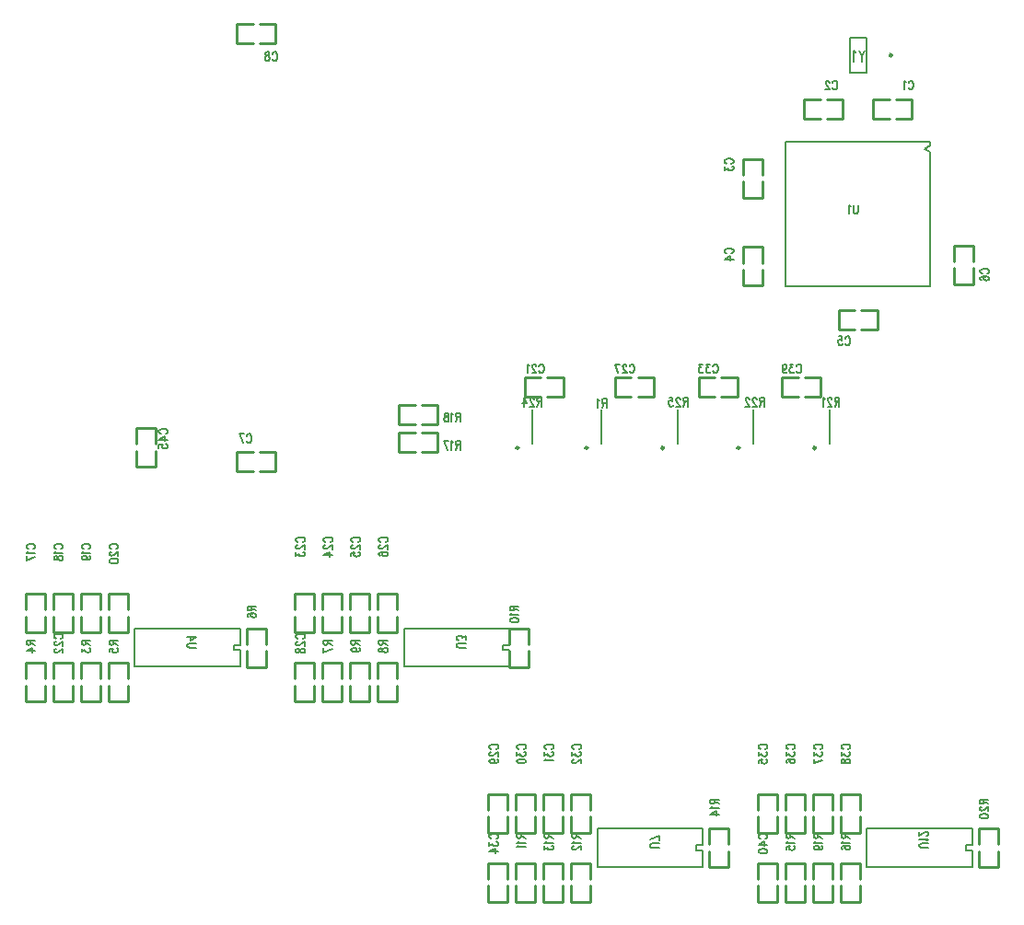
<source format=gbo>
*
*
G04 PADS 9.5 Build Number: 522968 generated Gerber (RS-274-X) file*
G04 PC Version=2.1*
*
%IN "DriverBoardRev2.pcb"*%
*
%MOIN*%
*
%FSLAX35Y35*%
*
*
*
*
G04 PC Standard Apertures*
*
*
G04 Thermal Relief Aperture macro.*
%AMTER*
1,1,$1,0,0*
1,0,$1-$2,0,0*
21,0,$3,$4,0,0,45*
21,0,$3,$4,0,0,135*
%
*
*
G04 Annular Aperture macro.*
%AMANN*
1,1,$1,0,0*
1,0,$2,0,0*
%
*
*
G04 Odd Aperture macro.*
%AMODD*
1,1,$1,0,0*
1,0,$1-0.005,0,0*
%
*
*
G04 PC Custom Aperture Macros*
*
*
*
*
*
*
G04 PC Aperture Table*
*
%ADD010C,0.001*%
%ADD011C,0.01*%
%ADD012C,0.005*%
%ADD040C,0.00787*%
%ADD215C,0.00984*%
%ADD216C,0.00591*%
*
*
*
*
G04 PC Circuitry*
G04 Layer Name DriverBoardRev2.pcb - circuitry*
%LPD*%
*
*
G04 PC Custom Flashes*
G04 Layer Name DriverBoardRev2.pcb - flashes*
%LPD*%
*
*
G04 PC Circuitry*
G04 Layer Name DriverBoardRev2.pcb - circuitry*
%LPD*%
*
G54D10*
G54D11*
G01X346750Y21200D02*
Y27000D01*
X353750*
Y21200*
X346750Y18800D02*
Y13000D01*
X353750*
Y18800*
X337606Y232371D02*
Y238171D01*
X344606*
Y232371*
X337606Y229971D02*
Y224171D01*
X344606*
Y229971*
X316681Y291133D02*
X322481D01*
Y284133*
X316681*
X314281Y291133D02*
X308481D01*
Y284133*
X314281*
X296750Y33700D02*
Y39500D01*
X303750*
Y33700*
X296750Y31300D02*
Y25500D01*
X303750*
Y31300*
Y6300D02*
Y500D01*
X296750*
Y6300*
X303750Y8700D02*
Y14500D01*
X296750*
Y8700*
X304181Y214671D02*
X309981D01*
Y207671*
X304181*
X301781Y214671D02*
X295981D01*
Y207671*
X301781*
X293750Y31300D02*
Y25500D01*
X286750*
Y31300*
X293750Y33700D02*
Y39500D01*
X286750*
Y33700*
Y8700D02*
Y14500D01*
X293750*
Y8700*
X286750Y6300D02*
Y500D01*
X293750*
Y6300*
X291681Y291133D02*
X297481D01*
Y284133*
X291681*
X289281Y291133D02*
X283481D01*
Y284133*
X289281*
X283750Y31300D02*
Y25500D01*
X276750*
Y31300*
X283750Y33700D02*
Y39500D01*
X276750*
Y33700*
Y8700D02*
Y14500D01*
X283750*
Y8700*
X276750Y6300D02*
Y500D01*
X283750*
Y6300*
X283753Y190409D02*
X289553D01*
Y183409*
X283753*
X281353Y190409D02*
X275553D01*
Y183409*
X281353*
X273750Y31300D02*
Y25500D01*
X266750*
Y31300*
X273750Y33700D02*
Y39500D01*
X266750*
Y33700*
X273750Y6300D02*
Y500D01*
X266750*
Y6300*
X273750Y8700D02*
Y14500D01*
X266750*
Y8700*
X261356Y263621D02*
Y269421D01*
X268356*
Y263621*
X261356Y261221D02*
Y255421D01*
X268356*
Y261221*
X261356Y231746D02*
Y237546D01*
X268356*
Y231746*
X261356Y229346D02*
Y223546D01*
X268356*
Y229346*
X249250Y21200D02*
Y27000D01*
X256250*
Y21200*
X249250Y18800D02*
Y13000D01*
X256250*
Y18800*
X253517Y190409D02*
X259317D01*
Y183409*
X253517*
X251117Y190409D02*
X245317D01*
Y183409*
X251117*
X223281Y190409D02*
X229081D01*
Y183409*
X223281*
X220881Y190409D02*
X215081D01*
Y183409*
X220881*
X199250Y33700D02*
Y39500D01*
X206250*
Y33700*
X199250Y31300D02*
Y25500D01*
X206250*
Y31300*
X199250Y8700D02*
Y14500D01*
X206250*
Y8700*
X199250Y6300D02*
Y500D01*
X206250*
Y6300*
X189250Y33700D02*
Y39500D01*
X196250*
Y33700*
X189250Y31300D02*
Y25500D01*
X196250*
Y31300*
X189250Y8700D02*
Y14500D01*
X196250*
Y8700*
X189250Y6300D02*
Y500D01*
X196250*
Y6300*
X190525Y190409D02*
X196325D01*
Y183409*
X190525*
X188125Y190409D02*
X182325D01*
Y183409*
X188125*
X179250Y33700D02*
Y39500D01*
X186250*
Y33700*
X179250Y31300D02*
Y25500D01*
X186250*
Y31300*
X179250Y8700D02*
Y14500D01*
X186250*
Y8700*
X179250Y6300D02*
Y500D01*
X186250*
Y6300*
X176750Y93700D02*
Y99500D01*
X183750*
Y93700*
X176750Y91300D02*
Y85500D01*
X183750*
Y91300*
X176250Y31300D02*
Y25500D01*
X169250*
Y31300*
X176250Y33700D02*
Y39500D01*
X169250*
Y33700*
X176250Y6300D02*
Y500D01*
X169250*
Y6300*
X176250Y8700D02*
Y14500D01*
X169250*
Y8700*
X142711Y173252D02*
X136911D01*
Y180252*
X142711*
X145111Y173252D02*
X150911D01*
Y180252*
X145111*
X142711Y163252D02*
X136911D01*
Y170252*
X142711*
X145111Y163252D02*
X150911D01*
Y170252*
X145111*
X129250Y106200D02*
Y112000D01*
X136250*
Y106200*
X129250Y103800D02*
Y98000D01*
X136250*
Y103800*
X129250Y81200D02*
Y87000D01*
X136250*
Y81200*
X129250Y78800D02*
Y73000D01*
X136250*
Y78800*
X119250Y106200D02*
Y112000D01*
X126250*
Y106200*
X119250Y103800D02*
Y98000D01*
X126250*
Y103800*
X119250Y81200D02*
Y87000D01*
X126250*
Y81200*
X119250Y78800D02*
Y73000D01*
X126250*
Y78800*
X109250Y106200D02*
Y112000D01*
X116250*
Y106200*
X109250Y103800D02*
Y98000D01*
X116250*
Y103800*
Y78800D02*
Y73000D01*
X109250*
Y78800*
X116250Y81200D02*
Y87000D01*
X109250*
Y81200*
X106250Y103800D02*
Y98000D01*
X99250*
Y103800*
X106250Y106200D02*
Y112000D01*
X99250*
Y106200*
X106250Y78800D02*
Y73000D01*
X99250*
Y78800*
X106250Y81200D02*
Y87000D01*
X99250*
Y81200*
X81750Y93700D02*
Y99500D01*
X88750*
Y93700*
X81750Y91300D02*
Y85500D01*
X88750*
Y91300*
X84050Y311500D02*
X78250D01*
Y318500*
X84050*
X86450Y311500D02*
X92250D01*
Y318500*
X86450*
X84050Y156500D02*
X78250D01*
Y163500*
X84050*
X86450Y156500D02*
X92250D01*
Y163500*
X86450*
X41750Y166200D02*
Y172000D01*
X48750*
Y166200*
X41750Y163800D02*
Y158000D01*
X48750*
Y163800*
X31750Y106200D02*
Y112000D01*
X38750*
Y106200*
X31750Y103800D02*
Y98000D01*
X38750*
Y103800*
X31750Y81200D02*
Y87000D01*
X38750*
Y81200*
X31750Y78800D02*
Y73000D01*
X38750*
Y78800*
X21750Y106200D02*
Y112000D01*
X28750*
Y106200*
X21750Y103800D02*
Y98000D01*
X28750*
Y103800*
Y78800D02*
Y73000D01*
X21750*
Y78800*
X28750Y81200D02*
Y87000D01*
X21750*
Y81200*
X11750Y106200D02*
Y112000D01*
X18750*
Y106200*
X11750Y103800D02*
Y98000D01*
X18750*
Y103800*
Y78800D02*
Y73000D01*
X11750*
Y78800*
X18750Y81200D02*
Y87000D01*
X11750*
Y81200*
X1750Y106200D02*
Y112000D01*
X8750*
Y106200*
X1750Y103800D02*
Y98000D01*
X8750*
Y103800*
Y78800D02*
Y73000D01*
X1750*
Y78800*
X8750Y81200D02*
Y87000D01*
X1750*
Y81200*
G54D12*
X346969Y37500D02*
X350250D01*
X346969D02*
Y36477D01*
X347125Y36136*
X347281Y36023*
X347594Y35909*
X347906*
X348219Y36023*
X348375Y36136*
X348531Y36477*
Y37500*
Y36705D02*
X350250Y35909D01*
X347750Y34773D02*
X347594D01*
X347281Y34659*
X347125Y34545*
X346969Y34318*
Y33864*
X347125Y33636*
X347281Y33523*
X347594Y33409*
X347906*
X348219Y33523*
X348687Y33750*
X348687D02*
X350250Y34886D01*
Y33295*
X346969Y31591D02*
X347125Y31932D01*
X347594Y32159*
X348375Y32273*
X348844*
X349625Y32159*
X350094Y31932*
X350250Y31591*
Y31364*
X350094Y31023*
X349625Y30795*
X348844Y30682*
X348375*
X347594Y30795*
X347125Y31023*
X346969Y31364*
Y31591*
X348026Y227961D02*
X347713Y228074D01*
X347401Y228302*
X347244Y228529*
Y228984*
X347401Y229211*
X347713Y229438*
X348026Y229552*
X348494Y229665*
X349276*
X349744Y229552*
X350057Y229438*
X350369Y229211*
X350526Y228984*
Y228529*
X350369Y228302*
X350057Y228074*
X349744Y227961*
X347713Y225574D02*
X347401Y225688D01*
X347244Y226029*
Y226256*
X347401Y226597*
X347869Y226824*
X348651Y226938*
X349432*
X350057Y226824*
X350369Y226597*
X350526Y226256*
Y226143*
X350369Y225802*
X350057Y225574*
X349588Y225461*
X349432*
X348963Y225574*
X348651Y225802*
X348494Y226143*
Y226256*
X348651Y226597*
X348963Y226824*
X349432Y226938*
X321301Y297042D02*
X321415Y297355D01*
X321642Y297667*
X321870Y297824*
X322324*
X322551Y297667*
X322779Y297355*
X322892Y297042*
X323006Y296574*
Y295792*
X322892Y295324*
X322779Y295011*
X322551Y294699*
X322324Y294542*
X321870*
X321642Y294699*
X321415Y295011*
X321301Y295324*
X320279Y297199D02*
X320051Y297355D01*
X319710Y297824*
Y294542*
X328531Y20000D02*
X326188D01*
X326188D02*
X325719Y20114D01*
X325406Y20341*
X325250Y20682*
Y20909*
X325406Y21250*
X325719Y21477*
X326188Y21591*
X326188D02*
X328531D01*
X327906Y22614D02*
X328063Y22841D01*
X328063D02*
X328531Y23182D01*
X325250*
X327750Y24318D02*
X327906D01*
X328219Y24432*
X328375Y24545*
X328531Y24773*
Y25227*
X328375Y25455*
X328219Y25568*
X327906Y25682*
X327594*
X327281Y25568*
X326813Y25341*
X326813D02*
X325250Y24205D01*
Y25795*
X297750Y55795D02*
X297437Y55909D01*
X297437D02*
X297125Y56136D01*
X296969Y56364*
Y56818*
X297125Y57045*
X297437Y57273*
X297437D02*
X297750Y57386D01*
X298219Y57500*
X299000*
X299469Y57386*
X299781Y57273*
X300094Y57045*
X300250Y56818*
Y56364*
X300094Y56136*
X299781Y55909*
X299469Y55795*
X296969Y54545D02*
Y53295D01*
X298219Y53977*
Y53636*
X298375Y53409*
X298531Y53295*
X299000Y53182*
X299312*
X299312D02*
X299781Y53295D01*
X300094Y53523*
X300250Y53864*
Y54205*
X300094Y54545*
X299937Y54659*
X299937D02*
X299625Y54773D01*
X296969Y51591D02*
X297125Y51932D01*
X297437Y52045*
X297437D02*
X297750D01*
X298062Y51932*
X298062D02*
X298219Y51705D01*
X298375Y51250*
X298531Y50909*
X298844Y50682*
X299156Y50568*
X299625*
X299937Y50682*
X299937D02*
X300094Y50795D01*
X300250Y51136*
Y51591*
X300094Y51932*
X299937Y52045*
X299937D02*
X299625Y52159D01*
X299156*
X298844Y52045*
X298531Y51818*
X298375Y51477*
X298219Y51023*
X298062Y50795*
X298062D02*
X297750Y50682D01*
X297437*
X297437D02*
X297125Y50795D01*
X296969Y51136*
Y51591*
Y25000D02*
X300250D01*
X296969D02*
Y23977D01*
X297125Y23636*
X297281Y23523*
X297594Y23409*
X297906*
X298219Y23523*
X298375Y23636*
X298531Y23977*
Y25000*
Y24205D02*
X300250Y23409D01*
X297594Y22386D02*
X297437Y22159D01*
X297437D02*
X296969Y21818D01*
X300250*
X297437Y19432D02*
X297125Y19545D01*
X296969Y19886*
Y20114*
X297125Y20455*
X297594Y20682*
X298375Y20795*
X299156*
X299781Y20682*
X300094Y20455*
X300250Y20114*
Y20000*
X300094Y19659*
X299781Y19432*
X299312Y19318*
X299312D02*
X299156D01*
X298687Y19432*
X298687D02*
X298375Y19659D01*
X298219Y20000*
Y20114*
X298375Y20455*
X298687Y20682*
X298687D02*
X299156Y20795D01*
X298427Y204449D02*
X298541Y204761D01*
X298768Y205074*
X298996Y205230*
X299450*
X299677Y205074*
X299905Y204761*
X300018Y204449*
X300132Y203980*
Y203199*
X300018Y202730*
X299905Y202418*
X299677Y202105*
X299450Y201949*
X298996*
X298768Y202105*
X298541Y202418*
X298427Y202730*
X295927Y205230D02*
X297064D01*
X297177Y203824*
X297064Y203980*
X296723Y204136*
X296382*
X296041Y203980*
X295814Y203668*
X295700Y203199*
X295814Y202886*
X295927Y202418*
X296155Y202105*
X296496Y201949*
X296836*
X297177Y202105*
X297291Y202261*
X297405Y202574*
X287750Y55795D02*
X287437Y55909D01*
X287437D02*
X287125Y56136D01*
X286969Y56364*
Y56818*
X287125Y57045*
X287437Y57273*
X287437D02*
X287750Y57386D01*
X288219Y57500*
X289000*
X289469Y57386*
X289781Y57273*
X290094Y57045*
X290250Y56818*
Y56364*
X290094Y56136*
X289781Y55909*
X289469Y55795*
X286969Y54545D02*
Y53295D01*
X288219Y53977*
Y53636*
X288375Y53409*
X288531Y53295*
X289000Y53182*
X289312*
X289312D02*
X289781Y53295D01*
X290094Y53523*
X290250Y53864*
Y54205*
X290094Y54545*
X289937Y54659*
X289937D02*
X289625Y54773D01*
X286969Y50568D02*
X290250Y51705D01*
X286969Y52159D02*
Y50568D01*
Y25000D02*
X290250D01*
X286969D02*
Y23977D01*
X287125Y23636*
X287281Y23523*
X287594Y23409*
X287906*
X288219Y23523*
X288375Y23636*
X288531Y23977*
Y25000*
Y24205D02*
X290250Y23409D01*
X287594Y22386D02*
X287437Y22159D01*
X287437D02*
X286969Y21818D01*
X290250*
X288062Y19318D02*
X288531Y19432D01*
X288844Y19659*
X289000Y20000*
Y20114*
X288844Y20455*
X288531Y20682*
X288062Y20795*
X288062D02*
X287906D01*
X287437Y20682*
X287437D02*
X287125Y20455D01*
X286969Y20114*
Y20000*
X287125Y19659*
X287437Y19432*
X287437D02*
X288062Y19318D01*
X288062D02*
X288844D01*
X289625Y19432*
X290094Y19659*
X290250Y20000*
Y20227*
X290094Y20568*
X289781Y20682*
X296198Y183119D02*
Y179838D01*
Y183119D02*
X295175D01*
X294834Y182963*
X294721Y182807*
X294607Y182494*
Y182182*
X294721Y181869*
X294834Y181713*
X295175Y181557*
X296198*
X295402D02*
X294607Y179838D01*
X293471Y182338D02*
Y182494D01*
X293357Y182807*
X293243Y182963*
X293016Y183119*
X292561*
X292334Y182963*
X292221Y182807*
X292107Y182494*
Y182182*
X292221Y181869*
X292448Y181401*
X293584Y179838*
X291993*
X290971Y182494D02*
X290743Y182651D01*
X290402Y183119*
Y179838*
X293801Y297042D02*
X293915Y297355D01*
X294142Y297667*
X294370Y297824*
X294824*
X295051Y297667*
X295279Y297355*
X295392Y297042*
X295506Y296574*
Y295792*
X295392Y295324*
X295279Y295011*
X295051Y294699*
X294824Y294542*
X294370*
X294142Y294699*
X293915Y295011*
X293801Y295324*
X292665Y297042D02*
Y297199D01*
X292551Y297511*
X292438Y297667*
X292210Y297824*
X291756*
X291529Y297667*
X291415Y297511*
X291301Y297199*
Y296886*
X291415Y296574*
X291642Y296105*
X292779Y294542*
X291188*
X277750Y55795D02*
X277437Y55909D01*
X277437D02*
X277125Y56136D01*
X276969Y56364*
Y56818*
X277125Y57045*
X277437Y57273*
X277437D02*
X277750Y57386D01*
X278219Y57500*
X279000*
X279469Y57386*
X279781Y57273*
X280094Y57045*
X280250Y56818*
Y56364*
X280094Y56136*
X279781Y55909*
X279469Y55795*
X276969Y54545D02*
Y53295D01*
X278219Y53977*
Y53636*
X278375Y53409*
X278531Y53295*
X279000Y53182*
X279312*
X279312D02*
X279781Y53295D01*
X280094Y53523*
X280250Y53864*
Y54205*
X280094Y54545*
X279937Y54659*
X279937D02*
X279625Y54773D01*
X277437Y50795D02*
X277125Y50909D01*
X276969Y51250*
Y51477*
X277125Y51818*
X277594Y52045*
X278375Y52159*
X279156*
X279781Y52045*
X280094Y51818*
X280250Y51477*
Y51364*
X280094Y51023*
X279781Y50795*
X279312Y50682*
X279312D02*
X279156D01*
X278687Y50795*
X278687D02*
X278375Y51023D01*
X278219Y51364*
Y51477*
X278375Y51818*
X278687Y52045*
X278687D02*
X279156Y52159D01*
X276969Y25000D02*
X280250D01*
X276969D02*
Y23977D01*
X277125Y23636*
X277281Y23523*
X277594Y23409*
X277906*
X278219Y23523*
X278375Y23636*
X278531Y23977*
Y25000*
Y24205D02*
X280250Y23409D01*
X277594Y22386D02*
X277437Y22159D01*
X277437D02*
X276969Y21818D01*
X280250*
X276969Y19318D02*
Y20455D01*
X278375Y20568*
X278219Y20455*
X278062Y20114*
X278062D02*
Y19773D01*
X278062D02*
X278219Y19432D01*
X278531Y19205*
X279000Y19091*
X279312Y19205*
X279312D02*
X279781Y19318D01*
X280094Y19545*
X280250Y19886*
Y20227*
X280094Y20568*
X279937Y20682*
X279937D02*
X279625Y20795D01*
X280790Y194370D02*
X280903Y194683D01*
X281130Y194995*
X281358Y195151*
X281812*
X282040Y194995*
X282267Y194683*
X282380Y194370*
X282494Y193901*
Y193120*
X282380Y192651*
X282267Y192339*
X282040Y192026*
X281812Y191870*
X281358*
X281130Y192026*
X280903Y192339*
X280790Y192651*
X279540Y195151D02*
X278290D01*
X278971Y193901*
X278630*
X278403Y193745*
X278290Y193589*
X278176Y193120*
Y192808*
X278290Y192339*
X278517Y192026*
X278858Y191870*
X279199*
X279540Y192026*
X279653Y192183*
X279767Y192495*
X275676Y194058D02*
X275790Y193589D01*
X276017Y193276*
X276358Y193120*
X276471*
X276812Y193276*
X277040Y193589*
X277153Y194058*
Y194214*
X277040Y194683*
X276812Y194995*
X276471Y195151*
X276358*
X276017Y194995*
X275790Y194683*
X275676Y194058*
Y193276*
X275790Y192495*
X276017Y192026*
X276358Y191870*
X276585*
X276926Y192026*
X277040Y192339*
X303006Y252824D02*
Y250480D01*
X302892Y250011*
X302665Y249699*
X302324Y249542*
X302097*
X301756Y249699*
X301529Y250011*
X301415Y250480*
Y252824*
X300392Y252199D02*
X300165Y252355D01*
X299824Y252824*
Y249542*
X267750Y55795D02*
X267437Y55909D01*
X267437D02*
X267125Y56136D01*
X266969Y56364*
Y56818*
X267125Y57045*
X267437Y57273*
X267437D02*
X267750Y57386D01*
X268219Y57500*
X269000*
X269469Y57386*
X269781Y57273*
X270094Y57045*
X270250Y56818*
Y56364*
X270094Y56136*
X269781Y55909*
X269469Y55795*
X266969Y54545D02*
Y53295D01*
X268219Y53977*
Y53636*
X268375Y53409*
X268531Y53295*
X269000Y53182*
X269312*
X269312D02*
X269781Y53295D01*
X270094Y53523*
X270250Y53864*
Y54205*
X270094Y54545*
X269937Y54659*
X269937D02*
X269625Y54773D01*
X266969Y50682D02*
Y51818D01*
X268375Y51932*
X268219Y51818*
X268062Y51477*
X268062D02*
Y51136D01*
X268062D02*
X268219Y50795D01*
X268531Y50568*
X269000Y50455*
X269312Y50568*
X269312D02*
X269781Y50682D01*
X270094Y50909*
X270250Y51250*
Y51591*
X270094Y51932*
X269937Y52045*
X269937D02*
X269625Y52159D01*
X267750Y23295D02*
X267437Y23409D01*
X267437D02*
X267125Y23636D01*
X266969Y23864*
Y24318*
X267125Y24545*
X267437Y24773*
X267437D02*
X267750Y24886D01*
X268219Y25000*
X269000*
X269469Y24886*
X269781Y24773*
X270094Y24545*
X270250Y24318*
Y23864*
X270094Y23636*
X269781Y23409*
X269469Y23295*
X266969Y21136D02*
X269156Y22273D01*
Y20568*
X266969Y21136D02*
X270250D01*
X266969Y18864D02*
X267125Y19205D01*
X267594Y19432*
X268375Y19545*
X268844*
X269625Y19432*
X270094Y19205*
X270250Y18864*
Y18636*
X270094Y18295*
X269625Y18068*
X268844Y17955*
X268375*
X267594Y18068*
X267125Y18295*
X266969Y18636*
Y18864*
X255506Y267838D02*
X255193Y267951D01*
X254881Y268179*
X254725Y268406*
Y268861*
X254881Y269088*
X255193Y269315*
X255506Y269429*
X255975Y269542*
X256756*
X257225Y269429*
X257537Y269315*
X257850Y269088*
X258006Y268861*
Y268406*
X257850Y268179*
X257537Y267951*
X257225Y267838*
X254725Y266588D02*
Y265338D01*
X255975Y266020*
Y265679*
X256131Y265451*
X256287Y265338*
X256756Y265224*
X257068*
X257537Y265338*
X257850Y265565*
X258006Y265906*
Y266247*
X257850Y266588*
X257693Y266701*
X257381Y266815*
X255506Y235338D02*
X255193Y235451D01*
X254881Y235679*
X254725Y235906*
Y236361*
X254881Y236588*
X255193Y236815*
X255506Y236929*
X255975Y237042*
X256756*
X257225Y236929*
X257537Y236815*
X257850Y236588*
X258006Y236361*
Y235906*
X257850Y235679*
X257537Y235451*
X257225Y235338*
X254725Y233179D02*
X256912Y234315D01*
Y232611*
X254725Y233179D02*
X258006D01*
X268993Y183119D02*
Y179838D01*
Y183119D02*
X267970D01*
X267629Y182963*
X267515Y182807*
X267402Y182494*
Y182182*
X267515Y181869*
X267629Y181713*
X267970Y181557*
X268993*
X268197D02*
X267402Y179838D01*
X266265Y182338D02*
Y182494D01*
X266152Y182807*
X266038Y182963*
X265811Y183119*
X265356*
X265129Y182963*
X265015Y182807*
X264902Y182494*
Y182182*
X265015Y181869*
X265243Y181401*
X266379Y179838*
X264788*
X263652Y182338D02*
Y182494D01*
X263538Y182807*
X263424Y182963*
X263197Y183119*
X262743*
X262515Y182963*
X262402Y182807*
X262288Y182494*
Y182182*
X262402Y181869*
X262629Y181401*
X263765Y179838*
X262174*
X249469Y37500D02*
X252750D01*
X249469D02*
Y36477D01*
X249625Y36136*
X249781Y36023*
X250094Y35909*
X250406*
X250719Y36023*
X250875Y36136*
X251031Y36477*
Y37500*
Y36705D02*
X252750Y35909D01*
X250094Y34886D02*
X249937Y34659D01*
X249937D02*
X249469Y34318D01*
X252750*
X249469Y32159D02*
X251656Y33295D01*
Y31591*
X249469Y32159D02*
X252750D01*
X250553Y194370D02*
X250667Y194683D01*
X250894Y194995*
X251122Y195151*
X251576*
X251803Y194995*
X252031Y194683*
X252144Y194370*
X252258Y193901*
Y193120*
X252144Y192651*
X252031Y192339*
X251803Y192026*
X251576Y191870*
X251122*
X250894Y192026*
X250667Y192339*
X250553Y192651*
X249303Y195151D02*
X248053D01*
X248735Y193901*
X248394*
X248167Y193745*
X248053Y193589*
X247940Y193120*
Y192808*
X248053Y192339*
X248281Y192026*
X248622Y191870*
X248962*
X249303Y192026*
X249417Y192183*
X249531Y192495*
X246690Y195151D02*
X245440D01*
X246122Y193901*
X245781*
X245553Y193745*
X245440Y193589*
X245326Y193120*
Y192808*
X245440Y192339*
X245667Y192026*
X246008Y191870*
X246349*
X246690Y192026*
X246803Y192183*
X246917Y192495*
X241333Y183119D02*
Y179838D01*
Y183119D02*
X240310D01*
X239969Y182963*
X239856Y182807*
X239742Y182494*
Y182182*
X239856Y181869*
X239969Y181713*
X240310Y181557*
X241333*
X240537D02*
X239742Y179838D01*
X238606Y182338D02*
Y182494D01*
X238492Y182807*
X238378Y182963*
X238151Y183119*
X237697*
X237469Y182963*
X237356Y182807*
X237242Y182494*
Y182182*
X237356Y181869*
X237583Y181401*
X238719Y179838*
X237128*
X234628Y183119D02*
X235765D01*
X235878Y181713*
X235765Y181869*
X235424Y182026*
X235083*
X234742Y181869*
X234515Y181557*
X234401Y181088*
X234515Y180776*
X234628Y180307*
X234856Y179994*
X235197Y179838*
X235537*
X235878Y179994*
X235992Y180151*
X236106Y180463*
X220317Y194370D02*
X220431Y194683D01*
X220658Y194995*
X220885Y195151*
X221340*
X221567Y194995*
X221794Y194683*
X221908Y194370*
X222022Y193901*
Y193120*
X221908Y192651*
X221794Y192339*
X221567Y192026*
X221340Y191870*
X220885*
X220658Y192026*
X220431Y192339*
X220317Y192651*
X219181Y194370D02*
Y194526D01*
X219067Y194839*
X218953Y194995*
X218726Y195151*
X218272*
X218044Y194995*
X217931Y194839*
X217817Y194526*
Y194214*
X217931Y193901*
X218158Y193433*
X219294Y191870*
X217703*
X215090Y195151D02*
X216226Y191870D01*
X216681Y195151D02*
X215090D01*
X231031Y20000D02*
X228688D01*
X228688D02*
X228219Y20114D01*
X227906Y20341*
X227750Y20682*
Y20909*
X227906Y21250*
X228219Y21477*
X228688Y21591*
X228688D02*
X231031D01*
Y24205D02*
X227750Y23068D01*
X231031Y22614D02*
Y24205D01*
X211943Y182553D02*
Y179272D01*
Y182553D02*
X210920D01*
X210579Y182397*
X210466Y182240*
X210352Y181928*
Y181615*
X210466Y181303*
X210579Y181147*
X210920Y180990*
X211943*
X211147D02*
X210352Y179272D01*
X209329Y181928D02*
X209102Y182084D01*
X208761Y182553*
Y179272*
X200250Y55795D02*
X199937Y55909D01*
X199937D02*
X199625Y56136D01*
X199469Y56364*
Y56818*
X199625Y57045*
X199937Y57273*
X199937D02*
X200250Y57386D01*
X200719Y57500*
X201500*
X201969Y57386*
X202281Y57273*
X202594Y57045*
X202750Y56818*
Y56364*
X202594Y56136*
X202281Y55909*
X201969Y55795*
X199469Y54545D02*
Y53295D01*
X200719Y53977*
Y53636*
X200875Y53409*
X201031Y53295*
X201500Y53182*
X201812*
X201812D02*
X202281Y53295D01*
X202594Y53523*
X202750Y53864*
Y54205*
X202594Y54545*
X202437Y54659*
X202437D02*
X202125Y54773D01*
X200250Y52045D02*
X200094D01*
X199781Y51932*
X199625Y51818*
X199469Y51591*
Y51136*
X199625Y50909*
X199781Y50795*
X200094Y50682*
X200406*
X200719Y50795*
X201187Y51023*
X201187D02*
X202750Y52159D01*
Y50568*
X199469Y25000D02*
X202750D01*
X199469D02*
Y23977D01*
X199625Y23636*
X199781Y23523*
X200094Y23409*
X200406*
X200719Y23523*
X200875Y23636*
X201031Y23977*
Y25000*
Y24205D02*
X202750Y23409D01*
X200094Y22386D02*
X199937Y22159D01*
X199937D02*
X199469Y21818D01*
X202750*
X200250Y20682D02*
X200094D01*
X199781Y20568*
X199625Y20455*
X199469Y20227*
Y19773*
X199625Y19545*
X199781Y19432*
X200094Y19318*
X200406*
X200719Y19432*
X201187Y19659*
X201187D02*
X202750Y20795D01*
Y19205*
X190250Y55795D02*
X189937Y55909D01*
X189937D02*
X189625Y56136D01*
X189469Y56364*
Y56818*
X189625Y57045*
X189937Y57273*
X189937D02*
X190250Y57386D01*
X190719Y57500*
X191500*
X191969Y57386*
X192281Y57273*
X192594Y57045*
X192750Y56818*
Y56364*
X192594Y56136*
X192281Y55909*
X191969Y55795*
X189469Y54545D02*
Y53295D01*
X190719Y53977*
Y53636*
X190875Y53409*
X191031Y53295*
X191500Y53182*
X191812*
X191812D02*
X192281Y53295D01*
X192594Y53523*
X192750Y53864*
Y54205*
X192594Y54545*
X192437Y54659*
X192437D02*
X192125Y54773D01*
X190094Y52159D02*
X189937Y51932D01*
X189937D02*
X189469Y51591D01*
X192750*
X189469Y25000D02*
X192750D01*
X189469D02*
Y23977D01*
X189625Y23636*
X189781Y23523*
X190094Y23409*
X190406*
X190719Y23523*
X190875Y23636*
X191031Y23977*
Y25000*
Y24205D02*
X192750Y23409D01*
X190094Y22386D02*
X189937Y22159D01*
X189937D02*
X189469Y21818D01*
X192750*
X189469Y20568D02*
Y19318D01*
X190719Y20000*
Y19659*
X190875Y19432*
X191031Y19318*
X191500Y19205*
X191812*
X191812D02*
X192281Y19318D01*
X192594Y19545*
X192750Y19886*
Y20227*
X192594Y20568*
X192437Y20682*
X192437D02*
X192125Y20795D01*
X187561Y194370D02*
X187675Y194683D01*
X187902Y194995*
X188129Y195151*
X188584*
X188811Y194995*
X189038Y194683*
X189152Y194370*
X189266Y193901*
Y193120*
X189152Y192651*
X189038Y192339*
X188811Y192026*
X188584Y191870*
X188129*
X187902Y192026*
X187675Y192339*
X187561Y192651*
X186425Y194370D02*
Y194526D01*
X186311Y194839*
X186198Y194995*
X185970Y195151*
X185516*
X185288Y194995*
X185175Y194839*
X185061Y194526*
Y194214*
X185175Y193901*
X185402Y193433*
X186538Y191870*
X184948*
X183925Y194526D02*
X183698Y194683D01*
X183357Y195151*
Y191870*
X180250Y55795D02*
X179937Y55909D01*
X179937D02*
X179625Y56136D01*
X179469Y56364*
Y56818*
X179625Y57045*
X179937Y57273*
X179937D02*
X180250Y57386D01*
X180719Y57500*
X181500*
X181969Y57386*
X182281Y57273*
X182594Y57045*
X182750Y56818*
Y56364*
X182594Y56136*
X182281Y55909*
X181969Y55795*
X179469Y54545D02*
Y53295D01*
X180719Y53977*
Y53636*
X180875Y53409*
X181031Y53295*
X181500Y53182*
X181812*
X181812D02*
X182281Y53295D01*
X182594Y53523*
X182750Y53864*
Y54205*
X182594Y54545*
X182437Y54659*
X182437D02*
X182125Y54773D01*
X179469Y51477D02*
X179625Y51818D01*
X180094Y52045*
X180875Y52159*
X181344*
X182125Y52045*
X182594Y51818*
X182750Y51477*
Y51250*
X182594Y50909*
X182125Y50682*
X181344Y50568*
X180875*
X180094Y50682*
X179625Y50909*
X179469Y51250*
Y51477*
Y25000D02*
X182750D01*
X179469D02*
Y23977D01*
X179625Y23636*
X179781Y23523*
X180094Y23409*
X180406*
X180719Y23523*
X180875Y23636*
X181031Y23977*
Y25000*
Y24205D02*
X182750Y23409D01*
X180094Y22386D02*
X179937Y22159D01*
X179937D02*
X179469Y21818D01*
X182750*
X180094Y20795D02*
X179937Y20568D01*
X179937D02*
X179469Y20227D01*
X182750*
X188420Y183119D02*
Y179838D01*
Y183119D02*
X187397D01*
X187056Y182963*
X186942Y182807*
X186829Y182494*
Y182182*
X186942Y181869*
X187056Y181713*
X187397Y181557*
X188420*
X187624D02*
X186829Y179838D01*
X185692Y182338D02*
Y182494D01*
X185579Y182807*
X185465Y182963*
X185238Y183119*
X184783*
X184556Y182963*
X184442Y182807*
X184329Y182494*
Y182182*
X184442Y181869*
X184670Y181401*
X185806Y179838*
X184215*
X182056Y183119D02*
X183192Y180932D01*
X181488*
X182056Y183119D02*
Y179838D01*
X176969Y107500D02*
X180250D01*
X176969D02*
Y106477D01*
X177125Y106136*
X177281Y106023*
X177594Y105909*
X177906*
X178219Y106023*
X178375Y106136*
X178531Y106477*
Y107500*
Y106705D02*
X180250Y105909D01*
X177594Y104886D02*
X177437Y104659D01*
X177437D02*
X176969Y104318D01*
X180250*
X176969Y102614D02*
X177125Y102955D01*
X177594Y103182*
X178375Y103295*
X178844*
X179625Y103182*
X180094Y102955*
X180250Y102614*
Y102386*
X180094Y102045*
X179625Y101818*
X178844Y101705*
X178375*
X177594Y101818*
X177125Y102045*
X176969Y102386*
Y102614*
X170250Y55795D02*
X169937Y55909D01*
X169937D02*
X169625Y56136D01*
X169469Y56364*
Y56818*
X169625Y57045*
X169937Y57273*
X169937D02*
X170250Y57386D01*
X170719Y57500*
X171500*
X171969Y57386*
X172281Y57273*
X172594Y57045*
X172750Y56818*
Y56364*
X172594Y56136*
X172281Y55909*
X171969Y55795*
X170250Y54659D02*
X170094D01*
X169781Y54545*
X169625Y54432*
X169469Y54205*
Y53750*
X169625Y53523*
X169781Y53409*
X170094Y53295*
X170406*
X170719Y53409*
X171187Y53636*
X171187D02*
X172750Y54773D01*
Y53182*
X170562Y50682D02*
X171031Y50795D01*
X171344Y51023*
X171500Y51364*
Y51477*
X171344Y51818*
X171031Y52045*
X170562Y52159*
X170562D02*
X170406D01*
X169937Y52045*
X169937D02*
X169625Y51818D01*
X169469Y51477*
Y51364*
X169625Y51023*
X169937Y50795*
X169937D02*
X170562Y50682D01*
X170562D02*
X171344D01*
X172125Y50795*
X172594Y51023*
X172750Y51364*
Y51591*
X172594Y51932*
X172281Y52045*
X170250Y23295D02*
X169937Y23409D01*
X169937D02*
X169625Y23636D01*
X169469Y23864*
Y24318*
X169625Y24545*
X169937Y24773*
X169937D02*
X170250Y24886D01*
X170719Y25000*
X171500*
X171969Y24886*
X172281Y24773*
X172594Y24545*
X172750Y24318*
Y23864*
X172594Y23636*
X172281Y23409*
X171969Y23295*
X169469Y22045D02*
Y20795D01*
X170719Y21477*
Y21136*
X170875Y20909*
X171031Y20795*
X171500Y20682*
X171812*
X171812D02*
X172281Y20795D01*
X172594Y21023*
X172750Y21364*
Y21705*
X172594Y22045*
X172437Y22159*
X172437D02*
X172125Y22273D01*
X169469Y18523D02*
X171656Y19659D01*
Y17955*
X169469Y18523D02*
X172750D01*
X161031Y92500D02*
X158688D01*
X158688D02*
X158219Y92614D01*
X157906Y92841*
X157750Y93182*
Y93409*
X157906Y93750*
X158219Y93977*
X158688Y94091*
X158688D02*
X161031D01*
Y95341D02*
Y96591D01*
X159781Y95909*
Y96250*
X159625Y96477*
X159469Y96591*
X159000Y96705*
X158688*
X158688D02*
X158219Y96591D01*
X157906Y96364*
X157750Y96023*
Y95682*
X157906Y95341*
X158063Y95227*
X158063D02*
X158375Y95114D01*
X159030Y177514D02*
Y174232D01*
Y177514D02*
X158007D01*
X157666Y177357*
X157552Y177201*
X157439Y176889*
Y176576*
X157552Y176264*
X157666Y176107*
X158007Y175951*
X159030*
X158234D02*
X157439Y174232D01*
X156416Y176889D02*
X156189Y177045D01*
X155848Y177514*
Y174232*
X154257Y177514D02*
X154598Y177357D01*
X154711Y177045*
Y176732*
X154598Y176420*
X154370Y176264*
X153916Y176107*
X153575Y175951*
X153348Y175639*
X153234Y175326*
Y174857*
X153348Y174545*
X153461Y174389*
X153802Y174232*
X154257*
X154598Y174389*
X154711Y174545*
X154825Y174857*
Y175326*
X154711Y175639*
X154484Y175951*
X154143Y176107*
X153689Y176264*
X153461Y176420*
X153348Y176732*
Y177045*
X153461Y177357*
X153802Y177514*
X154257*
X159030Y167435D02*
Y164154D01*
Y167435D02*
X158007D01*
X157666Y167279*
X157552Y167122*
X157439Y166810*
Y166497*
X157552Y166185*
X157666Y166029*
X158007Y165872*
X159030*
X158234D02*
X157439Y164154D01*
X156416Y166810D02*
X156189Y166966D01*
X155848Y167435*
Y164154*
X153234Y167435D02*
X154370Y164154D01*
X154825Y167435D02*
X153234D01*
X130250Y130795D02*
X129937Y130909D01*
X129937D02*
X129625Y131136D01*
X129469Y131364*
Y131818*
X129625Y132045*
X129937Y132273*
X129937D02*
X130250Y132386D01*
X130719Y132500*
X131500*
X131969Y132386*
X132281Y132273*
X132594Y132045*
X132750Y131818*
Y131364*
X132594Y131136*
X132281Y130909*
X131969Y130795*
X130250Y129659D02*
X130094D01*
X129781Y129545*
X129625Y129432*
X129469Y129205*
Y128750*
X129625Y128523*
X129781Y128409*
X130094Y128295*
X130406*
X130719Y128409*
X131187Y128636*
X131187D02*
X132750Y129773D01*
Y128182*
X129937Y125795D02*
X129625Y125909D01*
X129469Y126250*
Y126477*
X129625Y126818*
X130094Y127045*
X130875Y127159*
X131656*
X132281Y127045*
X132594Y126818*
X132750Y126477*
Y126364*
X132594Y126023*
X132281Y125795*
X131812Y125682*
X131812D02*
X131656D01*
X131187Y125795*
X131187D02*
X130875Y126023D01*
X130719Y126364*
Y126477*
X130875Y126818*
X131187Y127045*
X131187D02*
X131656Y127159D01*
X129469Y95000D02*
X132750D01*
X129469D02*
Y93977D01*
X129625Y93636*
X129781Y93523*
X130094Y93409*
X130406*
X130719Y93523*
X130875Y93636*
X131031Y93977*
Y95000*
Y94205D02*
X132750Y93409D01*
X129469Y91818D02*
X129625Y92159D01*
X129937Y92273*
X129937D02*
X130250D01*
X130562Y92159*
X130562D02*
X130719Y91932D01*
X130875Y91477*
X131031Y91136*
X131344Y90909*
X131656Y90795*
X132125*
X132437Y90909*
X132437D02*
X132594Y91023D01*
X132750Y91364*
Y91818*
X132594Y92159*
X132437Y92273*
X132437D02*
X132125Y92386D01*
X131656*
X131344Y92273*
X131031Y92045*
X130875Y91705*
X130719Y91250*
X130562Y91023*
X130562D02*
X130250Y90909D01*
X129937*
X129937D02*
X129625Y91023D01*
X129469Y91364*
Y91818*
X120250Y130795D02*
X119937Y130909D01*
X119937D02*
X119625Y131136D01*
X119469Y131364*
Y131818*
X119625Y132045*
X119937Y132273*
X119937D02*
X120250Y132386D01*
X120719Y132500*
X121500*
X121969Y132386*
X122281Y132273*
X122594Y132045*
X122750Y131818*
Y131364*
X122594Y131136*
X122281Y130909*
X121969Y130795*
X120250Y129659D02*
X120094D01*
X119781Y129545*
X119625Y129432*
X119469Y129205*
Y128750*
X119625Y128523*
X119781Y128409*
X120094Y128295*
X120406*
X120719Y128409*
X121187Y128636*
X121187D02*
X122750Y129773D01*
Y128182*
X119469Y125682D02*
Y126818D01*
X120875Y126932*
X120719Y126818*
X120562Y126477*
X120562D02*
Y126136D01*
X120562D02*
X120719Y125795D01*
X121031Y125568*
X121500Y125455*
X121812Y125568*
X121812D02*
X122281Y125682D01*
X122594Y125909*
X122750Y126250*
Y126591*
X122594Y126932*
X122437Y127045*
X122437D02*
X122125Y127159D01*
X119469Y95000D02*
X122750D01*
X119469D02*
Y93977D01*
X119625Y93636*
X119781Y93523*
X120094Y93409*
X120406*
X120719Y93523*
X120875Y93636*
X121031Y93977*
Y95000*
Y94205D02*
X122750Y93409D01*
X120562Y90909D02*
X121031Y91023D01*
X121344Y91250*
X121500Y91591*
Y91705*
X121344Y92045*
X121031Y92273*
X120562Y92386*
X120562D02*
X120406D01*
X119937Y92273*
X119937D02*
X119625Y92045D01*
X119469Y91705*
Y91591*
X119625Y91250*
X119937Y91023*
X119937D02*
X120562Y90909D01*
X120562D02*
X121344D01*
X122125Y91023*
X122594Y91250*
X122750Y91591*
Y91818*
X122594Y92159*
X122281Y92273*
X110250Y130795D02*
X109937Y130909D01*
X109937D02*
X109625Y131136D01*
X109469Y131364*
Y131818*
X109625Y132045*
X109937Y132273*
X109937D02*
X110250Y132386D01*
X110719Y132500*
X111500*
X111969Y132386*
X112281Y132273*
X112594Y132045*
X112750Y131818*
Y131364*
X112594Y131136*
X112281Y130909*
X111969Y130795*
X110250Y129659D02*
X110094D01*
X109781Y129545*
X109625Y129432*
X109469Y129205*
Y128750*
X109625Y128523*
X109781Y128409*
X110094Y128295*
X110406*
X110719Y128409*
X111187Y128636*
X111187D02*
X112750Y129773D01*
Y128182*
X109469Y126023D02*
X111656Y127159D01*
Y125455*
X109469Y126023D02*
X112750D01*
X109469Y95000D02*
X112750D01*
X109469D02*
Y93977D01*
X109625Y93636*
X109781Y93523*
X110094Y93409*
X110406*
X110719Y93523*
X110875Y93636*
X111031Y93977*
Y95000*
Y94205D02*
X112750Y93409D01*
X109469Y90795D02*
X112750Y91932D01*
X109469Y92386D02*
Y90795D01*
X100250Y130795D02*
X99937Y130909D01*
X99937D02*
X99625Y131136D01*
X99469Y131364*
Y131818*
X99625Y132045*
X99937Y132273*
X99937D02*
X100250Y132386D01*
X100719Y132500*
X101500*
X101969Y132386*
X102281Y132273*
X102594Y132045*
X102750Y131818*
Y131364*
X102594Y131136*
X102281Y130909*
X101969Y130795*
X100250Y129659D02*
X100094D01*
X99781Y129545*
X99625Y129432*
X99469Y129205*
Y128750*
X99625Y128523*
X99781Y128409*
X100094Y128295*
X100406*
X100719Y128409*
X101187Y128636*
X101187D02*
X102750Y129773D01*
Y128182*
X99469Y126932D02*
Y125682D01*
X100719Y126364*
Y126023*
X100875Y125795*
X101031Y125682*
X101500Y125568*
X101812*
X101812D02*
X102281Y125682D01*
X102594Y125909*
X102750Y126250*
Y126591*
X102594Y126932*
X102437Y127045*
X102437D02*
X102125Y127159D01*
X100250Y95795D02*
X99937Y95909D01*
X99937D02*
X99625Y96136D01*
X99469Y96364*
Y96818*
X99625Y97045*
X99937Y97273*
X99937D02*
X100250Y97386D01*
X100719Y97500*
X101500*
X101969Y97386*
X102281Y97273*
X102594Y97045*
X102750Y96818*
Y96364*
X102594Y96136*
X102281Y95909*
X101969Y95795*
X100250Y94659D02*
X100094D01*
X99781Y94545*
X99625Y94432*
X99469Y94205*
Y93750*
X99625Y93523*
X99781Y93409*
X100094Y93295*
X100406*
X100719Y93409*
X101187Y93636*
X101187D02*
X102750Y94773D01*
Y93182*
X99469Y91591D02*
X99625Y91932D01*
X99937Y92045*
X99937D02*
X100250D01*
X100562Y91932*
X100562D02*
X100719Y91705D01*
X100875Y91250*
X101031Y90909*
X101344Y90682*
X101656Y90568*
X102125*
X102437Y90682*
X102437D02*
X102594Y90795D01*
X102750Y91136*
Y91591*
X102594Y91932*
X102437Y92045*
X102437D02*
X102125Y92159D01*
X101656*
X101344Y92045*
X101031Y91818*
X100875Y91477*
X100719Y91023*
X100562Y90795*
X100562D02*
X100250Y90682D01*
X99937*
X99937D02*
X99625Y90795D01*
X99469Y91136*
Y91591*
X81969Y107500D02*
X85250D01*
X81969D02*
Y106477D01*
X82125Y106136*
X82281Y106023*
X82594Y105909*
X82906*
X83219Y106023*
X83375Y106136*
X83531Y106477*
Y107500*
Y106705D02*
X85250Y105909D01*
X82437Y103523D02*
X82125Y103636D01*
X81969Y103977*
Y104205*
X82125Y104545*
X82594Y104773*
X83375Y104886*
X84156*
X84781Y104773*
X85094Y104545*
X85250Y104205*
Y104091*
X85094Y103750*
X84781Y103523*
X84312Y103409*
X84312D02*
X84156D01*
X83687Y103523*
X83687D02*
X83375Y103750D01*
X83219Y104091*
Y104205*
X83375Y104545*
X83687Y104773*
X83687D02*
X84156Y104886D01*
X91045Y307500D02*
X91159Y307813D01*
X91159D02*
X91386Y308125D01*
X91614Y308281*
X92068*
X92295Y308125*
X92523Y307813*
X92523D02*
X92636Y307500D01*
X92750Y307031*
Y306250*
X92636Y305781*
X92523Y305469*
X92295Y305156*
X92068Y305000*
X91614*
X91386Y305156*
X91159Y305469*
X91045Y305781*
X89455Y308281D02*
X89795Y308125D01*
X89909Y307813*
X89909D02*
Y307500D01*
X89795Y307188*
X89795D02*
X89568Y307031D01*
X89114Y306875*
X88773Y306719*
X88545Y306406*
X88432Y306094*
Y305625*
X88545Y305313*
X88545D02*
X88659Y305156D01*
X89000Y305000*
X89455*
X89795Y305156*
X89909Y305313*
X89909D02*
X90023Y305625D01*
Y306094*
X89909Y306406*
X89682Y306719*
X89341Y306875*
X88886Y307031*
X88659Y307188*
X88659D02*
X88545Y307500D01*
Y307813*
X88545D02*
X88659Y308125D01*
X89000Y308281*
X89455*
X81734Y169173D02*
X81848Y169486D01*
X82075Y169798*
X82303Y169954*
X82757*
X82984Y169798*
X83212Y169486*
X83325Y169173*
X83439Y168704*
Y167923*
X83325Y167454*
X83212Y167142*
X82984Y166829*
X82757Y166673*
X82303*
X82075Y166829*
X81848Y167142*
X81734Y167454*
X79121Y169954D02*
X80257Y166673D01*
X80712Y169954D02*
X79121D01*
X50703Y170008D02*
X50390Y170122D01*
X50078Y170349*
X49922Y170576*
Y171031*
X50078Y171258*
X50390Y171485*
X50703Y171599*
X51172Y171713*
X51953*
X52422Y171599*
X52734Y171485*
X53047Y171258*
X53203Y171031*
Y170576*
X53047Y170349*
X52734Y170122*
X52422Y170008*
X49922Y167849D02*
X52109Y168985D01*
Y167281*
X49922Y167849D02*
X53203D01*
X49922Y164781D02*
Y165917D01*
X51328Y166031*
X51172Y165917*
X51015Y165576*
Y165235*
X51172Y164894*
X51484Y164667*
X51953Y164554*
X52265Y164667*
X52734Y164781*
X53047Y165008*
X53203Y165349*
Y165690*
X53047Y166031*
X52890Y166144*
X52578Y166258*
X63531Y92500D02*
X61188D01*
X61188D02*
X60719Y92614D01*
X60406Y92841*
X60250Y93182*
Y93409*
X60406Y93750*
X60719Y93977*
X61188Y94091*
X61188D02*
X63531D01*
Y96250D02*
X61344Y95114D01*
Y96818*
X63531Y96250D02*
X60250D01*
X32750Y128295D02*
X32437Y128409D01*
X32437D02*
X32125Y128636D01*
X31969Y128864*
Y129318*
X32125Y129545*
X32437Y129773*
X32437D02*
X32750Y129886D01*
X33219Y130000*
X34000*
X34469Y129886*
X34781Y129773*
X35094Y129545*
X35250Y129318*
Y128864*
X35094Y128636*
X34781Y128409*
X34469Y128295*
X32750Y127159D02*
X32594D01*
X32281Y127045*
X32125Y126932*
X31969Y126705*
Y126250*
X32125Y126023*
X32281Y125909*
X32594Y125795*
X32906*
X33219Y125909*
X33687Y126136*
X33687D02*
X35250Y127273D01*
Y125682*
X31969Y123977D02*
X32125Y124318D01*
X32594Y124545*
X33375Y124659*
X33844*
X34625Y124545*
X35094Y124318*
X35250Y123977*
Y123750*
X35094Y123409*
X34625Y123182*
X33844Y123068*
X33375*
X32594Y123182*
X32125Y123409*
X31969Y123750*
Y123977*
Y95000D02*
X35250D01*
X31969D02*
Y93977D01*
X32125Y93636*
X32281Y93523*
X32594Y93409*
X32906*
X33219Y93523*
X33375Y93636*
X33531Y93977*
Y95000*
Y94205D02*
X35250Y93409D01*
X31969Y90909D02*
Y92045D01*
X33375Y92159*
X33219Y92045*
X33062Y91705*
X33062D02*
Y91364D01*
X33062D02*
X33219Y91023D01*
X33531Y90795*
X34000Y90682*
X34312Y90795*
X34312D02*
X34781Y90909D01*
X35094Y91136*
X35250Y91477*
Y91818*
X35094Y92159*
X34937Y92273*
X34937D02*
X34625Y92386D01*
X22750Y128295D02*
X22437Y128409D01*
X22437D02*
X22125Y128636D01*
X21969Y128864*
Y129318*
X22125Y129545*
X22437Y129773*
X22437D02*
X22750Y129886D01*
X23219Y130000*
X24000*
X24469Y129886*
X24781Y129773*
X25094Y129545*
X25250Y129318*
Y128864*
X25094Y128636*
X24781Y128409*
X24469Y128295*
X22594Y127273D02*
X22437Y127045D01*
X22437D02*
X21969Y126705D01*
X25250*
X23062Y124205D02*
X23531Y124318D01*
X23844Y124545*
X24000Y124886*
Y125000*
X23844Y125341*
X23531Y125568*
X23062Y125682*
X23062D02*
X22906D01*
X22437Y125568*
X22437D02*
X22125Y125341D01*
X21969Y125000*
Y124886*
X22125Y124545*
X22437Y124318*
X22437D02*
X23062Y124205D01*
X23062D02*
X23844D01*
X24625Y124318*
X25094Y124545*
X25250Y124886*
Y125114*
X25094Y125455*
X24781Y125568*
X21969Y95000D02*
X25250D01*
X21969D02*
Y93977D01*
X22125Y93636*
X22281Y93523*
X22594Y93409*
X22906*
X23219Y93523*
X23375Y93636*
X23531Y93977*
Y95000*
Y94205D02*
X25250Y93409D01*
X21969Y92159D02*
Y90909D01*
X23219Y91591*
Y91250*
X23375Y91023*
X23531Y90909*
X24000Y90795*
X24312*
X24312D02*
X24781Y90909D01*
X25094Y91136*
X25250Y91477*
Y91818*
X25094Y92159*
X24937Y92273*
X24937D02*
X24625Y92386D01*
X12750Y128295D02*
X12437Y128409D01*
X12437D02*
X12125Y128636D01*
X11969Y128864*
Y129318*
X12125Y129545*
X12437Y129773*
X12437D02*
X12750Y129886D01*
X13219Y130000*
X14000*
X14469Y129886*
X14781Y129773*
X15094Y129545*
X15250Y129318*
Y128864*
X15094Y128636*
X14781Y128409*
X14469Y128295*
X12594Y127273D02*
X12437Y127045D01*
X12437D02*
X11969Y126705D01*
X15250*
X11969Y125114D02*
X12125Y125455D01*
X12437Y125568*
X12437D02*
X12750D01*
X13062Y125455*
X13062D02*
X13219Y125227D01*
X13375Y124773*
X13531Y124432*
X13844Y124205*
X14156Y124091*
X14625*
X14937Y124205*
X14937D02*
X15094Y124318D01*
X15250Y124659*
Y125114*
X15094Y125455*
X14937Y125568*
X14937D02*
X14625Y125682D01*
X14156*
X13844Y125568*
X13531Y125341*
X13375Y125000*
X13219Y124545*
X13062Y124318*
X13062D02*
X12750Y124205D01*
X12437*
X12437D02*
X12125Y124318D01*
X11969Y124659*
Y125114*
X12750Y95795D02*
X12437Y95909D01*
X12437D02*
X12125Y96136D01*
X11969Y96364*
Y96818*
X12125Y97045*
X12437Y97273*
X12437D02*
X12750Y97386D01*
X13219Y97500*
X14000*
X14469Y97386*
X14781Y97273*
X15094Y97045*
X15250Y96818*
Y96364*
X15094Y96136*
X14781Y95909*
X14469Y95795*
X12750Y94659D02*
X12594D01*
X12281Y94545*
X12125Y94432*
X11969Y94205*
Y93750*
X12125Y93523*
X12281Y93409*
X12594Y93295*
X12906*
X13219Y93409*
X13687Y93636*
X13687D02*
X15250Y94773D01*
Y93182*
X12750Y92045D02*
X12594D01*
X12281Y91932*
X12125Y91818*
X11969Y91591*
Y91136*
X12125Y90909*
X12281Y90795*
X12594Y90682*
X12906*
X13219Y90795*
X13687Y91023*
X13687D02*
X15250Y92159D01*
Y90568*
X2750Y128295D02*
X2437Y128409D01*
X2437D02*
X2125Y128636D01*
X1969Y128864*
Y129318*
X2125Y129545*
X2437Y129773*
X2437D02*
X2750Y129886D01*
X3219Y130000*
X4000*
X4469Y129886*
X4781Y129773*
X5094Y129545*
X5250Y129318*
Y128864*
X5094Y128636*
X4781Y128409*
X4469Y128295*
X2594Y127273D02*
X2437Y127045D01*
X2437D02*
X1969Y126705D01*
X5250*
X1969Y124091D02*
X5250Y125227D01*
X1969Y125682D02*
Y124091D01*
Y95000D02*
X5250D01*
X1969D02*
Y93977D01*
X2125Y93636*
X2281Y93523*
X2594Y93409*
X2906*
X3219Y93523*
X3375Y93636*
X3531Y93977*
Y95000*
Y94205D02*
X5250Y93409D01*
X1969Y91250D02*
X4156Y92386D01*
Y90682*
X1969Y91250D02*
X5250D01*
G54D40*
X344344Y13110D02*
Y19139D01*
X341958*
Y20861*
X344344*
Y26890*
X306156*
Y13110*
X344344*
X305959Y300743D02*
X300053D01*
Y313342*
X305959*
Y300743*
X292750Y178799D02*
Y166201D01*
X329187Y223361D02*
X276825D01*
Y275723*
X329187*
Y274247*
X327022Y273164*
X329187Y272082*
Y223361*
X265250Y178799D02*
Y166201D01*
X237750Y178799D02*
Y166201D01*
X246844Y13110D02*
Y19139D01*
X244458*
Y20861*
X246844*
Y26890*
X208656*
Y13110*
X246844*
X210250Y178799D02*
Y166201D01*
X185250Y178799D02*
Y166201D01*
X176844Y85610D02*
Y91639D01*
X174458*
Y93361*
X176844*
Y99390*
X138656*
Y85610*
X176844*
X79344D02*
Y91639D01*
X76958*
Y93361*
X79344*
Y99390*
X41156*
Y85610*
X79344*
G54D215*
X315309Y307042D02*
G75*
G03X315309I-492J0D01*
G01X287730Y164823D02*
G03X287730I-492J0D01*
G01X260230D02*
G03X260230I-492J0D01*
G01X232730D02*
G03X232730I-492J0D01*
G01X205230D02*
G03X205230I-492J0D01*
G01X180230D02*
G03X180230I-492J0D01*
G54D216*
G01X305583Y308611D02*
X304509Y306766D01*
X304509D02*
Y304735D01*
X303435Y308611D02*
X304509Y306766D01*
X302227Y307873D02*
X301959Y308057D01*
X301556Y308611*
Y304735*
G74*
X0Y0D02*
M02*

</source>
